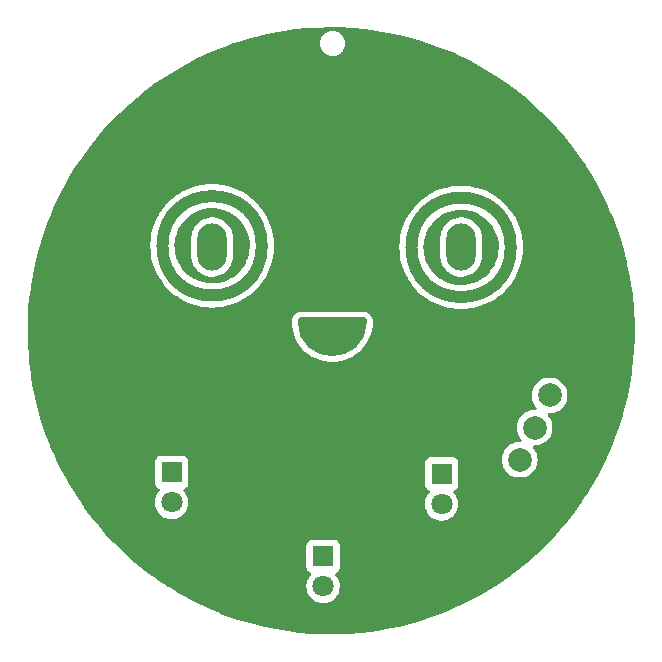
<source format=gbr>
%TF.GenerationSoftware,KiCad,Pcbnew,(6.0.4)*%
%TF.CreationDate,2024-01-19T15:50:56-08:00*%
%TF.ProjectId,Blinky,426c696e-6b79-42e6-9b69-6361645f7063,rev?*%
%TF.SameCoordinates,Original*%
%TF.FileFunction,Copper,L1,Top*%
%TF.FilePolarity,Positive*%
%FSLAX46Y46*%
G04 Gerber Fmt 4.6, Leading zero omitted, Abs format (unit mm)*
G04 Created by KiCad (PCBNEW (6.0.4)) date 2024-01-19 15:50:56*
%MOMM*%
%LPD*%
G01*
G04 APERTURE LIST*
%TA.AperFunction,NonConductor*%
%ADD10C,1.016000*%
%TD*%
%TA.AperFunction,NonConductor*%
%ADD11C,0.635000*%
%TD*%
%TA.AperFunction,NonConductor*%
%ADD12C,0.100000*%
%TD*%
%TA.AperFunction,ComponentPad*%
%ADD13R,1.800000X1.800000*%
%TD*%
%TA.AperFunction,ComponentPad*%
%ADD14C,1.800000*%
%TD*%
%TA.AperFunction,ComponentPad*%
%ADD15O,2.500000X4.000000*%
%TD*%
%TA.AperFunction,ComponentPad*%
%ADD16C,2.000000*%
%TD*%
G04 APERTURE END LIST*
D10*
X155671955Y-73733045D02*
G75*
G03*
X155671955Y-73733045I-4204955J0D01*
G01*
D11*
X137956000Y-80010000D02*
X143156000Y-80010000D01*
D10*
X134589955Y-73606045D02*
G75*
G03*
X134589955Y-73606045I-4204955J0D01*
G01*
D11*
X137956000Y-80010000D02*
G75*
G03*
X143156000Y-80010000I2600000J0D01*
G01*
D12*
G36*
X142756000Y-81410000D02*
G01*
X142256000Y-82110000D01*
X141456000Y-82510000D01*
X140656000Y-82710000D01*
X139656000Y-82510000D01*
X139056000Y-82210000D01*
X138356000Y-81410000D01*
X138056000Y-80710000D01*
X138056000Y-80010000D01*
X143256000Y-80010000D01*
X142756000Y-81410000D01*
G37*
X142756000Y-81410000D02*
X142256000Y-82110000D01*
X141456000Y-82510000D01*
X140656000Y-82710000D01*
X139656000Y-82510000D01*
X139056000Y-82210000D01*
X138356000Y-81410000D01*
X138056000Y-80710000D01*
X138056000Y-80010000D01*
X143256000Y-80010000D01*
X142756000Y-81410000D01*
D13*
%TO.P,D1,1*%
%TO.N,GND*%
X126956000Y-92792000D03*
D14*
%TO.P,D1,2*%
%TO.N,/LED+*%
X126956000Y-95332000D03*
%TD*%
D13*
%TO.P,D2,1*%
%TO.N,GND*%
X139783000Y-99904000D03*
D14*
%TO.P,D2,2*%
%TO.N,/LED+*%
X139783000Y-102444000D03*
%TD*%
D13*
%TO.P,D3,1*%
%TO.N,GND*%
X149816000Y-92919000D03*
D14*
%TO.P,D3,2*%
%TO.N,/LED+*%
X149816000Y-95459000D03*
%TD*%
D15*
%TO.P,BT1,1*%
%TO.N,VCC*%
X130384000Y-73702000D03*
X151466000Y-73702000D03*
%TD*%
D16*
%TO.P,SW1,1*%
%TO.N,Net-(SW1-Pad1)*%
X158957855Y-86268076D03*
%TO.P,SW1,2*%
%TO.N,VCC*%
X157690000Y-88987000D03*
%TO.P,SW1,3*%
%TO.N,/LED+*%
X156422145Y-91705923D03*
%TD*%
%TA.AperFunction,NonConductor*%
G36*
X130414296Y-70418111D02*
G01*
X130584893Y-70428844D01*
X130755494Y-70439577D01*
X130769453Y-70441240D01*
X130922742Y-70468269D01*
X131106148Y-70500609D01*
X131119843Y-70503821D01*
X131258630Y-70544668D01*
X131447820Y-70600350D01*
X131461063Y-70605066D01*
X131494138Y-70618969D01*
X131776237Y-70737553D01*
X131788880Y-70743720D01*
X132087311Y-70910507D01*
X132099175Y-70918035D01*
X132344273Y-71093508D01*
X132377173Y-71117062D01*
X132388133Y-71125874D01*
X132642202Y-71354640D01*
X132652112Y-71364620D01*
X132728220Y-71450342D01*
X132879092Y-71620273D01*
X132887830Y-71631297D01*
X133084905Y-71910669D01*
X133092352Y-71922586D01*
X133185881Y-72092715D01*
X133257059Y-72222187D01*
X133263136Y-72234871D01*
X133346211Y-72436423D01*
X133393419Y-72550958D01*
X133398043Y-72564238D01*
X133434461Y-72691243D01*
X133492277Y-72892872D01*
X133495394Y-72906589D01*
X133552409Y-73243685D01*
X133553977Y-73257664D01*
X133570574Y-73554504D01*
X133573210Y-73601655D01*
X133573394Y-73610449D01*
X133572273Y-73690678D01*
X133571843Y-73699461D01*
X133543014Y-74042775D01*
X133541056Y-74056705D01*
X133474653Y-74392067D01*
X133471155Y-74405692D01*
X133428191Y-74541133D01*
X133395785Y-74643292D01*
X133367781Y-74731571D01*
X133362790Y-74744713D01*
X133243988Y-75011545D01*
X133223729Y-75057047D01*
X133217301Y-75069553D01*
X133146354Y-75190481D01*
X133044296Y-75364434D01*
X133036511Y-75376151D01*
X132831718Y-75649902D01*
X132822676Y-75660678D01*
X132588643Y-75909899D01*
X132578456Y-75919600D01*
X132520695Y-75968759D01*
X132318101Y-76141180D01*
X132306898Y-76149683D01*
X132207377Y-76216811D01*
X132023467Y-76340860D01*
X132011384Y-76348063D01*
X131708408Y-76506455D01*
X131695598Y-76512266D01*
X131376854Y-76635899D01*
X131363478Y-76640245D01*
X131145998Y-76697706D01*
X131032933Y-76727579D01*
X131019157Y-76730406D01*
X130680942Y-76780350D01*
X130666942Y-76781624D01*
X130325271Y-76793555D01*
X130311208Y-76793261D01*
X129970324Y-76767031D01*
X129956381Y-76765170D01*
X129620563Y-76701109D01*
X129606914Y-76697706D01*
X129280327Y-76596610D01*
X129267142Y-76591707D01*
X128953849Y-76454834D01*
X128941293Y-76448491D01*
X128865194Y-76404555D01*
X128645221Y-76277553D01*
X128633453Y-76269853D01*
X128631184Y-76268180D01*
X128358266Y-76066968D01*
X128347437Y-76058009D01*
X128096581Y-75825714D01*
X128086811Y-75815596D01*
X127863424Y-75556799D01*
X127854841Y-75545654D01*
X127661688Y-75263561D01*
X127654403Y-75251532D01*
X127635103Y-75215233D01*
X127493897Y-74949665D01*
X127487998Y-74936898D01*
X127485287Y-74930050D01*
X127362143Y-74619023D01*
X127357705Y-74605681D01*
X127334173Y-74519067D01*
X127333979Y-74518354D01*
X128625500Y-74518354D01*
X128625673Y-74520679D01*
X128625673Y-74520685D01*
X128634785Y-74643292D01*
X128639939Y-74712652D01*
X128640968Y-74717200D01*
X128640969Y-74717206D01*
X128672957Y-74858571D01*
X128697623Y-74967577D01*
X128699315Y-74971929D01*
X128699316Y-74971931D01*
X128751025Y-75104900D01*
X128792353Y-75211177D01*
X128922049Y-75438098D01*
X129083862Y-75643357D01*
X129274237Y-75822443D01*
X129426563Y-75928116D01*
X129455128Y-75947932D01*
X129488991Y-75971424D01*
X129493181Y-75973490D01*
X129493184Y-75973492D01*
X129719219Y-76084960D01*
X129719222Y-76084961D01*
X129723407Y-76087025D01*
X129727850Y-76088447D01*
X129727852Y-76088448D01*
X129892588Y-76141180D01*
X129972335Y-76166707D01*
X130230307Y-76208721D01*
X130344058Y-76210210D01*
X130486978Y-76212081D01*
X130486981Y-76212081D01*
X130491655Y-76212142D01*
X130750638Y-76176896D01*
X131001567Y-76103757D01*
X131037862Y-76087025D01*
X131090427Y-76062792D01*
X131238928Y-75994332D01*
X131288976Y-75961519D01*
X131453596Y-75853590D01*
X131453601Y-75853586D01*
X131457509Y-75851024D01*
X131652506Y-75676982D01*
X131819637Y-75476030D01*
X131845117Y-75434040D01*
X131952804Y-75256578D01*
X131952806Y-75256574D01*
X131955229Y-75252581D01*
X132056303Y-75011545D01*
X132120641Y-74758217D01*
X132121869Y-74746028D01*
X132142184Y-74544271D01*
X132142500Y-74541133D01*
X132142500Y-72885646D01*
X132141042Y-72866021D01*
X132128407Y-72696000D01*
X132128406Y-72695996D01*
X132128061Y-72691348D01*
X132126505Y-72684468D01*
X132071408Y-72440980D01*
X132070377Y-72436423D01*
X132047547Y-72377716D01*
X131977340Y-72197176D01*
X131977339Y-72197173D01*
X131975647Y-72192823D01*
X131845951Y-71965902D01*
X131684138Y-71760643D01*
X131493763Y-71581557D01*
X131318806Y-71460184D01*
X131282851Y-71435241D01*
X131282848Y-71435239D01*
X131279009Y-71432576D01*
X131274816Y-71430508D01*
X131048781Y-71319040D01*
X131048778Y-71319039D01*
X131044593Y-71316975D01*
X130998449Y-71302204D01*
X130800123Y-71238720D01*
X130795665Y-71237293D01*
X130537693Y-71195279D01*
X130423942Y-71193790D01*
X130281022Y-71191919D01*
X130281019Y-71191919D01*
X130276345Y-71191858D01*
X130017362Y-71227104D01*
X129766433Y-71300243D01*
X129762180Y-71302203D01*
X129762179Y-71302204D01*
X129725659Y-71319040D01*
X129529072Y-71409668D01*
X129490067Y-71435241D01*
X129314404Y-71550410D01*
X129314399Y-71550414D01*
X129310491Y-71552976D01*
X129115494Y-71727018D01*
X128948363Y-71927970D01*
X128945934Y-71931973D01*
X128847020Y-72094979D01*
X128812771Y-72151419D01*
X128711697Y-72392455D01*
X128647359Y-72645783D01*
X128646891Y-72650434D01*
X128646890Y-72650438D01*
X128643229Y-72686794D01*
X128625500Y-72862867D01*
X128625500Y-74518354D01*
X127333979Y-74518354D01*
X127301546Y-74398982D01*
X127268068Y-74275762D01*
X127265143Y-74262002D01*
X127212839Y-73924139D01*
X127211467Y-73910139D01*
X127197151Y-73568569D01*
X127197347Y-73554504D01*
X127221196Y-73213454D01*
X127222959Y-73199498D01*
X127284675Y-72863233D01*
X127287983Y-72849560D01*
X127386795Y-72522276D01*
X127391606Y-72509057D01*
X127526289Y-72194819D01*
X127532544Y-72182220D01*
X127701411Y-71884959D01*
X127709027Y-71873141D01*
X127909985Y-71596545D01*
X127918876Y-71585644D01*
X128149404Y-71333184D01*
X128159454Y-71323342D01*
X128166727Y-71316975D01*
X128416693Y-71098146D01*
X128427768Y-71089493D01*
X128708514Y-70894370D01*
X128720485Y-70887005D01*
X129021229Y-70724393D01*
X129033956Y-70718405D01*
X129047831Y-70712799D01*
X129350950Y-70590330D01*
X129364235Y-70585807D01*
X129693559Y-70493858D01*
X129707274Y-70490844D01*
X130044759Y-70436184D01*
X130058745Y-70434713D01*
X130181695Y-70428700D01*
X130400230Y-70418012D01*
X130414296Y-70418111D01*
G37*
%TD.AperFunction*%
%TA.AperFunction,NonConductor*%
G36*
X151496296Y-70545111D02*
G01*
X151666893Y-70555844D01*
X151837494Y-70566577D01*
X151851453Y-70568240D01*
X151976747Y-70590333D01*
X152188148Y-70627609D01*
X152201843Y-70630821D01*
X152365829Y-70679084D01*
X152529820Y-70727350D01*
X152543063Y-70732066D01*
X152556241Y-70737605D01*
X152858237Y-70864553D01*
X152870880Y-70870720D01*
X152942062Y-70910502D01*
X153169311Y-71037507D01*
X153181175Y-71045035D01*
X153426273Y-71220508D01*
X153459173Y-71244062D01*
X153470133Y-71252874D01*
X153563987Y-71337381D01*
X153724202Y-71481640D01*
X153734113Y-71491621D01*
X153961092Y-71747273D01*
X153969830Y-71758297D01*
X154166905Y-72037669D01*
X154174352Y-72049586D01*
X154290997Y-72261762D01*
X154339059Y-72349187D01*
X154345136Y-72361871D01*
X154428549Y-72564243D01*
X154475419Y-72677958D01*
X154480043Y-72691238D01*
X154482903Y-72701210D01*
X154574277Y-73019872D01*
X154577394Y-73033589D01*
X154634409Y-73370685D01*
X154635977Y-73384664D01*
X154653578Y-73699461D01*
X154655210Y-73728655D01*
X154655394Y-73737449D01*
X154654273Y-73817678D01*
X154653843Y-73826461D01*
X154625014Y-74169775D01*
X154623056Y-74183705D01*
X154556653Y-74519067D01*
X154553155Y-74532692D01*
X154449781Y-74858571D01*
X154444790Y-74871713D01*
X154339921Y-75107251D01*
X154305729Y-75184047D01*
X154299299Y-75196558D01*
X154126296Y-75491434D01*
X154118511Y-75503151D01*
X153913718Y-75776902D01*
X153904676Y-75787678D01*
X153670643Y-76036899D01*
X153660456Y-76046600D01*
X153470849Y-76207969D01*
X153400101Y-76268180D01*
X153388898Y-76276683D01*
X153289377Y-76343811D01*
X153105467Y-76467860D01*
X153093384Y-76475063D01*
X152790408Y-76633455D01*
X152777598Y-76639266D01*
X152626931Y-76697706D01*
X152545279Y-76729377D01*
X152458854Y-76762899D01*
X152445478Y-76767245D01*
X152391056Y-76781624D01*
X152114933Y-76854579D01*
X152101157Y-76857406D01*
X151762942Y-76907350D01*
X151748942Y-76908624D01*
X151407271Y-76920555D01*
X151393208Y-76920261D01*
X151052324Y-76894031D01*
X151038381Y-76892170D01*
X150702563Y-76828109D01*
X150688914Y-76824706D01*
X150362327Y-76723610D01*
X150349142Y-76718707D01*
X150154006Y-76633455D01*
X150035846Y-76581832D01*
X150023293Y-76575491D01*
X149727221Y-76404553D01*
X149715453Y-76396853D01*
X149440266Y-76193968D01*
X149429437Y-76185009D01*
X149178581Y-75952714D01*
X149168811Y-75942596D01*
X149165955Y-75939287D01*
X148945423Y-75683797D01*
X148936841Y-75672654D01*
X148925126Y-75655544D01*
X148743688Y-75390561D01*
X148736403Y-75378532D01*
X148672183Y-75257751D01*
X148575897Y-75076665D01*
X148569998Y-75063898D01*
X148522309Y-74943449D01*
X148444143Y-74746023D01*
X148439705Y-74732681D01*
X148439404Y-74731571D01*
X148388515Y-74544271D01*
X148381474Y-74518354D01*
X149707500Y-74518354D01*
X149707673Y-74520679D01*
X149707673Y-74520685D01*
X149716785Y-74643292D01*
X149721939Y-74712652D01*
X149722968Y-74717200D01*
X149722969Y-74717206D01*
X149754957Y-74858571D01*
X149779623Y-74967577D01*
X149781315Y-74971929D01*
X149781316Y-74971931D01*
X149833025Y-75104900D01*
X149874353Y-75211177D01*
X150004049Y-75438098D01*
X150165862Y-75643357D01*
X150356237Y-75822443D01*
X150508563Y-75928116D01*
X150537128Y-75947932D01*
X150570991Y-75971424D01*
X150575181Y-75973490D01*
X150575184Y-75973492D01*
X150801219Y-76084960D01*
X150801222Y-76084961D01*
X150805407Y-76087025D01*
X150809850Y-76088447D01*
X150809852Y-76088448D01*
X150974588Y-76141180D01*
X151054335Y-76166707D01*
X151312307Y-76208721D01*
X151426058Y-76210210D01*
X151568978Y-76212081D01*
X151568981Y-76212081D01*
X151573655Y-76212142D01*
X151832638Y-76176896D01*
X152083567Y-76103757D01*
X152119862Y-76087025D01*
X152172427Y-76062792D01*
X152320928Y-75994332D01*
X152370976Y-75961519D01*
X152535596Y-75853590D01*
X152535601Y-75853586D01*
X152539509Y-75851024D01*
X152734506Y-75676982D01*
X152901637Y-75476030D01*
X152927117Y-75434040D01*
X153034804Y-75256578D01*
X153034806Y-75256574D01*
X153037229Y-75252581D01*
X153138303Y-75011545D01*
X153202641Y-74758217D01*
X153203869Y-74746028D01*
X153224184Y-74544271D01*
X153224500Y-74541133D01*
X153224500Y-72885646D01*
X153223042Y-72866021D01*
X153210407Y-72696000D01*
X153210406Y-72695996D01*
X153210061Y-72691348D01*
X153208505Y-72684468D01*
X153153408Y-72440980D01*
X153152377Y-72436423D01*
X153129547Y-72377716D01*
X153059340Y-72197176D01*
X153059339Y-72197173D01*
X153057647Y-72192823D01*
X152927951Y-71965902D01*
X152766138Y-71760643D01*
X152575763Y-71581557D01*
X152400806Y-71460184D01*
X152364851Y-71435241D01*
X152364848Y-71435239D01*
X152361009Y-71432576D01*
X152356816Y-71430508D01*
X152130781Y-71319040D01*
X152130778Y-71319039D01*
X152126593Y-71316975D01*
X152080449Y-71302204D01*
X151882123Y-71238720D01*
X151877665Y-71237293D01*
X151619693Y-71195279D01*
X151505942Y-71193790D01*
X151363022Y-71191919D01*
X151363019Y-71191919D01*
X151358345Y-71191858D01*
X151099362Y-71227104D01*
X150848433Y-71300243D01*
X150844180Y-71302203D01*
X150844179Y-71302204D01*
X150807659Y-71319040D01*
X150611072Y-71409668D01*
X150572067Y-71435241D01*
X150396404Y-71550410D01*
X150396399Y-71550414D01*
X150392491Y-71552976D01*
X150197494Y-71727018D01*
X150030363Y-71927970D01*
X150027934Y-71931973D01*
X149929020Y-72094979D01*
X149894771Y-72151419D01*
X149793697Y-72392455D01*
X149729359Y-72645783D01*
X149728891Y-72650434D01*
X149728890Y-72650438D01*
X149725229Y-72686794D01*
X149707500Y-72862867D01*
X149707500Y-74518354D01*
X148381474Y-74518354D01*
X148350068Y-74402762D01*
X148347143Y-74389002D01*
X148294839Y-74051139D01*
X148293467Y-74037139D01*
X148279151Y-73695569D01*
X148279347Y-73681504D01*
X148303196Y-73340454D01*
X148304959Y-73326498D01*
X148366675Y-72990233D01*
X148369983Y-72976560D01*
X148468795Y-72649276D01*
X148473606Y-72636057D01*
X148608289Y-72321819D01*
X148614544Y-72309220D01*
X148783411Y-72011959D01*
X148791027Y-72000141D01*
X148991985Y-71723545D01*
X149000876Y-71712644D01*
X149231404Y-71460184D01*
X149241454Y-71450342D01*
X149284988Y-71412231D01*
X149498693Y-71225146D01*
X149509768Y-71216493D01*
X149790514Y-71021370D01*
X149802485Y-71014005D01*
X150103229Y-70851393D01*
X150115956Y-70845405D01*
X150432950Y-70717330D01*
X150446235Y-70712807D01*
X150775559Y-70620858D01*
X150789274Y-70617844D01*
X151126759Y-70563184D01*
X151140745Y-70561713D01*
X151263695Y-70555700D01*
X151482230Y-70545012D01*
X151496296Y-70545111D01*
G37*
%TD.AperFunction*%
%TA.AperFunction,NonConductor*%
G36*
X140880619Y-55105779D02*
G01*
X141360626Y-55113320D01*
X141365461Y-55113488D01*
X142079298Y-55152148D01*
X142346146Y-55166599D01*
X142350956Y-55166953D01*
X143328820Y-55257667D01*
X143333622Y-55258206D01*
X144307312Y-55386395D01*
X144312050Y-55387111D01*
X144796103Y-55469851D01*
X145280134Y-55552589D01*
X145284886Y-55553496D01*
X146245840Y-55756001D01*
X146250553Y-55757089D01*
X146553538Y-55833193D01*
X147203078Y-55996346D01*
X147207698Y-55997602D01*
X148150309Y-56273240D01*
X148154905Y-56274680D01*
X148782334Y-56484615D01*
X149086253Y-56586305D01*
X149090806Y-56587926D01*
X149251726Y-56648733D01*
X150009494Y-56935070D01*
X150013985Y-56936867D01*
X150918641Y-57319007D01*
X150923053Y-57320970D01*
X151355706Y-57523640D01*
X151812407Y-57737575D01*
X151816740Y-57739707D01*
X152113872Y-57893068D01*
X152689444Y-58190143D01*
X152693699Y-58192444D01*
X153548455Y-58676042D01*
X153552619Y-58678505D01*
X154388153Y-59194541D01*
X154392220Y-59197161D01*
X155207374Y-59744922D01*
X155211337Y-59747697D01*
X156004849Y-60326336D01*
X156008702Y-60329261D01*
X156779401Y-60937921D01*
X156783140Y-60940992D01*
X157529929Y-61578811D01*
X157533546Y-61582023D01*
X158255268Y-62248009D01*
X158258760Y-62251357D01*
X158954420Y-62944593D01*
X158957780Y-62948073D01*
X159626292Y-63667477D01*
X159629517Y-63671084D01*
X159743362Y-63803441D01*
X160269937Y-64415642D01*
X160272981Y-64419320D01*
X160884369Y-65187939D01*
X160887307Y-65191782D01*
X161468708Y-65983265D01*
X161471493Y-65987212D01*
X162022108Y-66800467D01*
X162024726Y-66804501D01*
X162543671Y-67638222D01*
X162546149Y-67642377D01*
X162633065Y-67794756D01*
X162978008Y-68399504D01*
X163032752Y-68495481D01*
X163035058Y-68499712D01*
X163488526Y-69370816D01*
X163490674Y-69375142D01*
X163902592Y-70246561D01*
X163910368Y-70263012D01*
X163912345Y-70267410D01*
X164030795Y-70545111D01*
X164297663Y-71170776D01*
X164299475Y-71175261D01*
X164649817Y-72092715D01*
X164651455Y-72097267D01*
X164966328Y-73027519D01*
X164967790Y-73032128D01*
X165229956Y-73917184D01*
X165246708Y-73973739D01*
X165247989Y-73978388D01*
X165446765Y-74758217D01*
X165490565Y-74930050D01*
X165491667Y-74934747D01*
X165546492Y-75190481D01*
X165697533Y-75895025D01*
X165698456Y-75899774D01*
X165752973Y-76212142D01*
X165865411Y-76856377D01*
X165867304Y-76867226D01*
X165868041Y-76871988D01*
X165984958Y-77736722D01*
X165999628Y-77845223D01*
X166000183Y-77850016D01*
X166092868Y-78812586D01*
X166094312Y-78827587D01*
X166094679Y-78832354D01*
X166127572Y-79402815D01*
X166151214Y-79812845D01*
X166151400Y-79817679D01*
X166170262Y-80800015D01*
X166170276Y-80803966D01*
X166162928Y-81405392D01*
X166162651Y-81428048D01*
X166162540Y-81432005D01*
X166119683Y-82413576D01*
X166119379Y-82418404D01*
X166038910Y-83397173D01*
X166038421Y-83401984D01*
X165958900Y-84059120D01*
X165920440Y-84376937D01*
X165919770Y-84381709D01*
X165833879Y-84917941D01*
X165764440Y-85351459D01*
X165763583Y-85356220D01*
X165571155Y-86319227D01*
X165570117Y-86323952D01*
X165340849Y-87278924D01*
X165339629Y-87283606D01*
X165267873Y-87538888D01*
X165162484Y-87913823D01*
X165073884Y-88229027D01*
X165072486Y-88233658D01*
X164770636Y-89168201D01*
X164769061Y-89172775D01*
X164444319Y-90060177D01*
X164431557Y-90095050D01*
X164429822Y-90099523D01*
X164057161Y-91008164D01*
X164055240Y-91012603D01*
X163647981Y-91906252D01*
X163645891Y-91910615D01*
X163204628Y-92787968D01*
X163202372Y-92792248D01*
X162727741Y-93652042D01*
X162725330Y-93656218D01*
X162396998Y-94200500D01*
X162218054Y-94497138D01*
X162215476Y-94501232D01*
X162155302Y-94592838D01*
X161741261Y-95223156D01*
X161676298Y-95322052D01*
X161673570Y-95326037D01*
X161442112Y-95650529D01*
X161103251Y-96125594D01*
X161100366Y-96129477D01*
X161052726Y-96191116D01*
X160527352Y-96870872D01*
X160499829Y-96906482D01*
X160496798Y-96910253D01*
X159866830Y-97663685D01*
X159863656Y-97667336D01*
X159205239Y-98396021D01*
X159201927Y-98399547D01*
X158516052Y-99102390D01*
X158512608Y-99105787D01*
X157800218Y-99781820D01*
X157796645Y-99785082D01*
X157058863Y-100433239D01*
X157055177Y-100436354D01*
X156470775Y-100911285D01*
X156293020Y-101055743D01*
X156289213Y-101058717D01*
X155586927Y-101586009D01*
X155503862Y-101648376D01*
X155499938Y-101651206D01*
X154692533Y-102210278D01*
X154688504Y-102212955D01*
X153860229Y-102740625D01*
X153856100Y-102743146D01*
X153008157Y-103238644D01*
X153003954Y-103240992D01*
X152137641Y-103703560D01*
X152133331Y-103705756D01*
X151249895Y-104134730D01*
X151245537Y-104136744D01*
X150346243Y-104531506D01*
X150341805Y-104533353D01*
X149501871Y-104864212D01*
X149428047Y-104893292D01*
X149423513Y-104894978D01*
X148496631Y-105219568D01*
X148492035Y-105221079D01*
X147553368Y-105509850D01*
X147548718Y-105511183D01*
X147013786Y-105653518D01*
X146599657Y-105763709D01*
X146594996Y-105764854D01*
X145636923Y-105980765D01*
X145632203Y-105981734D01*
X144666546Y-106160709D01*
X144661791Y-106161496D01*
X144457749Y-106191262D01*
X143690013Y-106303262D01*
X143685213Y-106303869D01*
X143196940Y-106356050D01*
X142708646Y-106408234D01*
X142703869Y-106408651D01*
X142114936Y-106448801D01*
X141724080Y-106475447D01*
X141719248Y-106475684D01*
X141228410Y-106490252D01*
X140737558Y-106504820D01*
X140732747Y-106504870D01*
X140054767Y-106498953D01*
X139750714Y-106496299D01*
X139745879Y-106496164D01*
X139311599Y-106475684D01*
X138764902Y-106449902D01*
X138760091Y-106449584D01*
X137781562Y-106365694D01*
X137776768Y-106365190D01*
X136802220Y-106243804D01*
X136797435Y-106243114D01*
X135828276Y-106084408D01*
X135823518Y-106083535D01*
X134861140Y-105887737D01*
X134856418Y-105886681D01*
X133902289Y-105654089D01*
X133897612Y-105652853D01*
X133276820Y-105476016D01*
X132953117Y-105383807D01*
X132948498Y-105382395D01*
X132015015Y-105077286D01*
X132010446Y-105075695D01*
X131089369Y-104734978D01*
X131084865Y-104733213D01*
X130177537Y-104357386D01*
X130173104Y-104355449D01*
X129687289Y-104131999D01*
X129280868Y-103945066D01*
X129276541Y-103942974D01*
X128400710Y-103498640D01*
X128396447Y-103496373D01*
X128325863Y-103457086D01*
X127538346Y-103018760D01*
X127534165Y-103016327D01*
X127295848Y-102871428D01*
X126695008Y-102506111D01*
X126690951Y-102503537D01*
X126548830Y-102409469D01*
X138370095Y-102409469D01*
X138370392Y-102414622D01*
X138370392Y-102414625D01*
X138376067Y-102513041D01*
X138383427Y-102640697D01*
X138384564Y-102645743D01*
X138384565Y-102645749D01*
X138416741Y-102788523D01*
X138434346Y-102866642D01*
X138436288Y-102871424D01*
X138436289Y-102871428D01*
X138514048Y-103062924D01*
X138521484Y-103081237D01*
X138642501Y-103278719D01*
X138794147Y-103453784D01*
X138972349Y-103601730D01*
X139172322Y-103718584D01*
X139388694Y-103801209D01*
X139393760Y-103802240D01*
X139393761Y-103802240D01*
X139446846Y-103813040D01*
X139615656Y-103847385D01*
X139746324Y-103852176D01*
X139841949Y-103855683D01*
X139841953Y-103855683D01*
X139847113Y-103855872D01*
X139852233Y-103855216D01*
X139852235Y-103855216D01*
X139925270Y-103845860D01*
X140076847Y-103826442D01*
X140081795Y-103824957D01*
X140081802Y-103824956D01*
X140293747Y-103761369D01*
X140298690Y-103759886D01*
X140379236Y-103720427D01*
X140502049Y-103660262D01*
X140502052Y-103660260D01*
X140506684Y-103657991D01*
X140695243Y-103523494D01*
X140859303Y-103360005D01*
X140994458Y-103171917D01*
X141041641Y-103076450D01*
X141094784Y-102968922D01*
X141094785Y-102968920D01*
X141097078Y-102964280D01*
X141164408Y-102742671D01*
X141194640Y-102513041D01*
X141194840Y-102504858D01*
X141196245Y-102447365D01*
X141196245Y-102447361D01*
X141196327Y-102444000D01*
X141190032Y-102367434D01*
X141177773Y-102218318D01*
X141177772Y-102218312D01*
X141177349Y-102213167D01*
X141120925Y-101988533D01*
X141109157Y-101961468D01*
X141030630Y-101780868D01*
X141030628Y-101780865D01*
X141028570Y-101776131D01*
X140902764Y-101581665D01*
X140899282Y-101577838D01*
X140812848Y-101482848D01*
X140781796Y-101419002D01*
X140790192Y-101348504D01*
X140835369Y-101293736D01*
X140861812Y-101280067D01*
X140921297Y-101257767D01*
X140929705Y-101254615D01*
X141046261Y-101167261D01*
X141133615Y-101050705D01*
X141184745Y-100914316D01*
X141191500Y-100852134D01*
X141191500Y-98955866D01*
X141184745Y-98893684D01*
X141133615Y-98757295D01*
X141046261Y-98640739D01*
X140929705Y-98553385D01*
X140793316Y-98502255D01*
X140731134Y-98495500D01*
X138834866Y-98495500D01*
X138772684Y-98502255D01*
X138636295Y-98553385D01*
X138519739Y-98640739D01*
X138432385Y-98757295D01*
X138381255Y-98893684D01*
X138374500Y-98955866D01*
X138374500Y-100852134D01*
X138381255Y-100914316D01*
X138432385Y-101050705D01*
X138519739Y-101167261D01*
X138636295Y-101254615D01*
X138644704Y-101257767D01*
X138644705Y-101257768D01*
X138704164Y-101280058D01*
X138760929Y-101322699D01*
X138785629Y-101389261D01*
X138770422Y-101458609D01*
X138751029Y-101485091D01*
X138684639Y-101554564D01*
X138681725Y-101558836D01*
X138681724Y-101558837D01*
X138666152Y-101581665D01*
X138554119Y-101745899D01*
X138456602Y-101955981D01*
X138394707Y-102179169D01*
X138370095Y-102409469D01*
X126548830Y-102409469D01*
X125871966Y-101961462D01*
X125867992Y-101958720D01*
X125864181Y-101955981D01*
X125438124Y-101649828D01*
X125070502Y-101385664D01*
X125066628Y-101382767D01*
X124291666Y-100779477D01*
X124287906Y-100776432D01*
X123880351Y-100433239D01*
X123536691Y-100143850D01*
X123533068Y-100140678D01*
X122806685Y-99479720D01*
X122803170Y-99476396D01*
X122102688Y-98788033D01*
X122099304Y-98784577D01*
X121425798Y-98069872D01*
X121422548Y-98066288D01*
X121348453Y-97981351D01*
X120776941Y-97326214D01*
X120773865Y-97322548D01*
X120438142Y-96906482D01*
X120157143Y-96558235D01*
X120154178Y-96554413D01*
X119567254Y-95766995D01*
X119564438Y-95763061D01*
X119557210Y-95752544D01*
X119244446Y-95297469D01*
X125543095Y-95297469D01*
X125543392Y-95302622D01*
X125543392Y-95302625D01*
X125550417Y-95424469D01*
X125556427Y-95528697D01*
X125557564Y-95533743D01*
X125557565Y-95533749D01*
X125583883Y-95650529D01*
X125607346Y-95754642D01*
X125609288Y-95759424D01*
X125609289Y-95759428D01*
X125692540Y-95964450D01*
X125694484Y-95969237D01*
X125815501Y-96166719D01*
X125967147Y-96341784D01*
X126145349Y-96489730D01*
X126345322Y-96606584D01*
X126350147Y-96608426D01*
X126350148Y-96608427D01*
X126378726Y-96619340D01*
X126561694Y-96689209D01*
X126566760Y-96690240D01*
X126566761Y-96690240D01*
X126619846Y-96701040D01*
X126788656Y-96735385D01*
X126919324Y-96740176D01*
X127014949Y-96743683D01*
X127014953Y-96743683D01*
X127020113Y-96743872D01*
X127025233Y-96743216D01*
X127025235Y-96743216D01*
X127120773Y-96730977D01*
X127249847Y-96714442D01*
X127254795Y-96712957D01*
X127254802Y-96712956D01*
X127466747Y-96649369D01*
X127471690Y-96647886D01*
X127529960Y-96619340D01*
X127675049Y-96548262D01*
X127675052Y-96548260D01*
X127679684Y-96545991D01*
X127868243Y-96411494D01*
X128032303Y-96248005D01*
X128167458Y-96059917D01*
X128214641Y-95964450D01*
X128267784Y-95856922D01*
X128267785Y-95856920D01*
X128270078Y-95852280D01*
X128337408Y-95630671D01*
X128364556Y-95424469D01*
X148403095Y-95424469D01*
X148403392Y-95429622D01*
X148403392Y-95429625D01*
X148409258Y-95531359D01*
X148416427Y-95655697D01*
X148417564Y-95660743D01*
X148417565Y-95660749D01*
X148441074Y-95765063D01*
X148467346Y-95881642D01*
X148469288Y-95886424D01*
X148469289Y-95886428D01*
X148537852Y-96055278D01*
X148554484Y-96096237D01*
X148675501Y-96293719D01*
X148827147Y-96468784D01*
X149005349Y-96616730D01*
X149205322Y-96733584D01*
X149210147Y-96735426D01*
X149210148Y-96735427D01*
X149231768Y-96743683D01*
X149421694Y-96816209D01*
X149426760Y-96817240D01*
X149426761Y-96817240D01*
X149479846Y-96828040D01*
X149648656Y-96862385D01*
X149779324Y-96867176D01*
X149874949Y-96870683D01*
X149874953Y-96870683D01*
X149880113Y-96870872D01*
X149885233Y-96870216D01*
X149885235Y-96870216D01*
X149958270Y-96860860D01*
X150109847Y-96841442D01*
X150114795Y-96839957D01*
X150114802Y-96839956D01*
X150326747Y-96776369D01*
X150331690Y-96774886D01*
X150394998Y-96743872D01*
X150535049Y-96675262D01*
X150535052Y-96675260D01*
X150539684Y-96672991D01*
X150728243Y-96538494D01*
X150892303Y-96375005D01*
X150903080Y-96360008D01*
X150980940Y-96251653D01*
X151027458Y-96186917D01*
X151035512Y-96170622D01*
X151127784Y-95983922D01*
X151127785Y-95983920D01*
X151130078Y-95979280D01*
X151197408Y-95757671D01*
X151227640Y-95528041D01*
X151229327Y-95459000D01*
X151215625Y-95292336D01*
X151210773Y-95233318D01*
X151210772Y-95233312D01*
X151210349Y-95228167D01*
X151153925Y-95003533D01*
X151151866Y-94998797D01*
X151063630Y-94795868D01*
X151063628Y-94795865D01*
X151061570Y-94791131D01*
X150935764Y-94596665D01*
X150845848Y-94497848D01*
X150814796Y-94434002D01*
X150823192Y-94363504D01*
X150868369Y-94308736D01*
X150894812Y-94295067D01*
X150954297Y-94272767D01*
X150962705Y-94269615D01*
X151079261Y-94182261D01*
X151166615Y-94065705D01*
X151217745Y-93929316D01*
X151224500Y-93867134D01*
X151224500Y-91970866D01*
X151217745Y-91908684D01*
X151166615Y-91772295D01*
X151116872Y-91705923D01*
X154908980Y-91705923D01*
X154927610Y-91942634D01*
X154928764Y-91947441D01*
X154928765Y-91947447D01*
X154935208Y-91974283D01*
X154983040Y-92173517D01*
X154984933Y-92178088D01*
X154984934Y-92178090D01*
X155056168Y-92350064D01*
X155073905Y-92392886D01*
X155076491Y-92397106D01*
X155195386Y-92591125D01*
X155195390Y-92591131D01*
X155197969Y-92595339D01*
X155352176Y-92775892D01*
X155532729Y-92930099D01*
X155536937Y-92932678D01*
X155536943Y-92932682D01*
X155730962Y-93051577D01*
X155735182Y-93054163D01*
X155739752Y-93056056D01*
X155739756Y-93056058D01*
X155949978Y-93143134D01*
X155954551Y-93145028D01*
X156034754Y-93164283D01*
X156180621Y-93199303D01*
X156180627Y-93199304D01*
X156185434Y-93200458D01*
X156422145Y-93219088D01*
X156658856Y-93200458D01*
X156663663Y-93199304D01*
X156663669Y-93199303D01*
X156809536Y-93164283D01*
X156889739Y-93145028D01*
X156894312Y-93143134D01*
X157104534Y-93056058D01*
X157104538Y-93056056D01*
X157109108Y-93054163D01*
X157113328Y-93051577D01*
X157307347Y-92932682D01*
X157307353Y-92932678D01*
X157311561Y-92930099D01*
X157492114Y-92775892D01*
X157646321Y-92595339D01*
X157648900Y-92591131D01*
X157648904Y-92591125D01*
X157767799Y-92397106D01*
X157770385Y-92392886D01*
X157788123Y-92350064D01*
X157859356Y-92178090D01*
X157859357Y-92178088D01*
X157861250Y-92173517D01*
X157909082Y-91974283D01*
X157915525Y-91947447D01*
X157915526Y-91947441D01*
X157916680Y-91942634D01*
X157935310Y-91705923D01*
X157916680Y-91469212D01*
X157911293Y-91446771D01*
X157862405Y-91243141D01*
X157861250Y-91238329D01*
X157770385Y-91018960D01*
X157763769Y-91008164D01*
X157648904Y-90820721D01*
X157648900Y-90820715D01*
X157646321Y-90816507D01*
X157643111Y-90812748D01*
X157643106Y-90812741D01*
X157551079Y-90704992D01*
X157522048Y-90640203D01*
X157532653Y-90570003D01*
X157579528Y-90516680D01*
X157647790Y-90497165D01*
X157656771Y-90497550D01*
X157690000Y-90500165D01*
X157926711Y-90481535D01*
X157931518Y-90480381D01*
X157931524Y-90480380D01*
X158077391Y-90445360D01*
X158157594Y-90426105D01*
X158162167Y-90424211D01*
X158372389Y-90337135D01*
X158372393Y-90337133D01*
X158376963Y-90335240D01*
X158381183Y-90332654D01*
X158575202Y-90213759D01*
X158575208Y-90213755D01*
X158579416Y-90211176D01*
X158759969Y-90056969D01*
X158914176Y-89876416D01*
X158916755Y-89872208D01*
X158916759Y-89872202D01*
X159035654Y-89678183D01*
X159038240Y-89673963D01*
X159108956Y-89503240D01*
X159127211Y-89459167D01*
X159127212Y-89459165D01*
X159129105Y-89454594D01*
X159184535Y-89223711D01*
X159203165Y-88987000D01*
X159184535Y-88750289D01*
X159183282Y-88745066D01*
X159130260Y-88524218D01*
X159129105Y-88519406D01*
X159038240Y-88300037D01*
X158997563Y-88233658D01*
X158916759Y-88101798D01*
X158916755Y-88101792D01*
X158914176Y-88097584D01*
X158818933Y-87986069D01*
X158789902Y-87921279D01*
X158800507Y-87851079D01*
X158847382Y-87797756D01*
X158915644Y-87778241D01*
X158924628Y-87778626D01*
X158957855Y-87781241D01*
X159194566Y-87762611D01*
X159199373Y-87761457D01*
X159199379Y-87761456D01*
X159345246Y-87726436D01*
X159425449Y-87707181D01*
X159430022Y-87705287D01*
X159640244Y-87618211D01*
X159640248Y-87618209D01*
X159644818Y-87616316D01*
X159753380Y-87549789D01*
X159843057Y-87494835D01*
X159843063Y-87494831D01*
X159847271Y-87492252D01*
X160027824Y-87338045D01*
X160182031Y-87157492D01*
X160184610Y-87153284D01*
X160184614Y-87153278D01*
X160303509Y-86959259D01*
X160306095Y-86955039D01*
X160350229Y-86848491D01*
X160395066Y-86740243D01*
X160395067Y-86740241D01*
X160396960Y-86735670D01*
X160416215Y-86655467D01*
X160451235Y-86509600D01*
X160451236Y-86509594D01*
X160452390Y-86504787D01*
X160471020Y-86268076D01*
X160452390Y-86031365D01*
X160396960Y-85800482D01*
X160306095Y-85581113D01*
X160277729Y-85534824D01*
X160184614Y-85382874D01*
X160184610Y-85382868D01*
X160182031Y-85378660D01*
X160027824Y-85198107D01*
X159847271Y-85043900D01*
X159843063Y-85041321D01*
X159843057Y-85041317D01*
X159649038Y-84922422D01*
X159644818Y-84919836D01*
X159640248Y-84917943D01*
X159640244Y-84917941D01*
X159430022Y-84830865D01*
X159430020Y-84830864D01*
X159425449Y-84828971D01*
X159345246Y-84809716D01*
X159199379Y-84774696D01*
X159199373Y-84774695D01*
X159194566Y-84773541D01*
X158957855Y-84754911D01*
X158721144Y-84773541D01*
X158716337Y-84774695D01*
X158716331Y-84774696D01*
X158570464Y-84809716D01*
X158490261Y-84828971D01*
X158485690Y-84830864D01*
X158485688Y-84830865D01*
X158275466Y-84917941D01*
X158275462Y-84917943D01*
X158270892Y-84919836D01*
X158266672Y-84922422D01*
X158072653Y-85041317D01*
X158072647Y-85041321D01*
X158068439Y-85043900D01*
X157887886Y-85198107D01*
X157733679Y-85378660D01*
X157731100Y-85382868D01*
X157731096Y-85382874D01*
X157637981Y-85534824D01*
X157609615Y-85581113D01*
X157518750Y-85800482D01*
X157463320Y-86031365D01*
X157444690Y-86268076D01*
X157463320Y-86504787D01*
X157464474Y-86509594D01*
X157464475Y-86509600D01*
X157499495Y-86655467D01*
X157518750Y-86735670D01*
X157520643Y-86740241D01*
X157520644Y-86740243D01*
X157565482Y-86848491D01*
X157609615Y-86955039D01*
X157612201Y-86959259D01*
X157731096Y-87153278D01*
X157731100Y-87153284D01*
X157733679Y-87157492D01*
X157828922Y-87269007D01*
X157857953Y-87333797D01*
X157847348Y-87403997D01*
X157800473Y-87457320D01*
X157732211Y-87476835D01*
X157723227Y-87476450D01*
X157690000Y-87473835D01*
X157453289Y-87492465D01*
X157448482Y-87493619D01*
X157448476Y-87493620D01*
X157302609Y-87528640D01*
X157222406Y-87547895D01*
X157217835Y-87549788D01*
X157217833Y-87549789D01*
X157007611Y-87636865D01*
X157007607Y-87636867D01*
X157003037Y-87638760D01*
X156998817Y-87641346D01*
X156804798Y-87760241D01*
X156804792Y-87760245D01*
X156800584Y-87762824D01*
X156620031Y-87917031D01*
X156465824Y-88097584D01*
X156463245Y-88101792D01*
X156463241Y-88101798D01*
X156382437Y-88233658D01*
X156341760Y-88300037D01*
X156250895Y-88519406D01*
X156249740Y-88524218D01*
X156196719Y-88745066D01*
X156195465Y-88750289D01*
X156176835Y-88987000D01*
X156195465Y-89223711D01*
X156250895Y-89454594D01*
X156252788Y-89459165D01*
X156252789Y-89459167D01*
X156271045Y-89503240D01*
X156341760Y-89673963D01*
X156344346Y-89678183D01*
X156463241Y-89872202D01*
X156463245Y-89872208D01*
X156465824Y-89876416D01*
X156469031Y-89880170D01*
X156469039Y-89880182D01*
X156561066Y-89987931D01*
X156590097Y-90052720D01*
X156579492Y-90122920D01*
X156532617Y-90176243D01*
X156464355Y-90195758D01*
X156455374Y-90195373D01*
X156422145Y-90192758D01*
X156185434Y-90211388D01*
X156180627Y-90212542D01*
X156180621Y-90212543D01*
X156034754Y-90247563D01*
X155954551Y-90266818D01*
X155949980Y-90268711D01*
X155949978Y-90268712D01*
X155739756Y-90355788D01*
X155739752Y-90355790D01*
X155735182Y-90357683D01*
X155730962Y-90360269D01*
X155536943Y-90479164D01*
X155536937Y-90479168D01*
X155532729Y-90481747D01*
X155352176Y-90635954D01*
X155197969Y-90816507D01*
X155195390Y-90820715D01*
X155195386Y-90820721D01*
X155080521Y-91008164D01*
X155073905Y-91018960D01*
X154983040Y-91238329D01*
X154981885Y-91243141D01*
X154932998Y-91446771D01*
X154927610Y-91469212D01*
X154908980Y-91705923D01*
X151116872Y-91705923D01*
X151079261Y-91655739D01*
X150962705Y-91568385D01*
X150826316Y-91517255D01*
X150764134Y-91510500D01*
X148867866Y-91510500D01*
X148805684Y-91517255D01*
X148669295Y-91568385D01*
X148552739Y-91655739D01*
X148465385Y-91772295D01*
X148414255Y-91908684D01*
X148407500Y-91970866D01*
X148407500Y-93867134D01*
X148414255Y-93929316D01*
X148465385Y-94065705D01*
X148552739Y-94182261D01*
X148669295Y-94269615D01*
X148677704Y-94272767D01*
X148677705Y-94272768D01*
X148737164Y-94295058D01*
X148793929Y-94337699D01*
X148818629Y-94404261D01*
X148803422Y-94473609D01*
X148784029Y-94500091D01*
X148717639Y-94569564D01*
X148714725Y-94573836D01*
X148714724Y-94573837D01*
X148699152Y-94596665D01*
X148587119Y-94760899D01*
X148489602Y-94970981D01*
X148427707Y-95194169D01*
X148403095Y-95424469D01*
X128364556Y-95424469D01*
X128367640Y-95401041D01*
X128369327Y-95332000D01*
X128357995Y-95194169D01*
X128350773Y-95106318D01*
X128350772Y-95106312D01*
X128350349Y-95101167D01*
X128312811Y-94951722D01*
X128295184Y-94881544D01*
X128295183Y-94881540D01*
X128293925Y-94876533D01*
X128291866Y-94871797D01*
X128203630Y-94668868D01*
X128203628Y-94668865D01*
X128201570Y-94664131D01*
X128075764Y-94469665D01*
X128047704Y-94438827D01*
X127985848Y-94370848D01*
X127954796Y-94307002D01*
X127963192Y-94236504D01*
X128008369Y-94181736D01*
X128034812Y-94168067D01*
X128094297Y-94145767D01*
X128102705Y-94142615D01*
X128219261Y-94055261D01*
X128306615Y-93938705D01*
X128357745Y-93802316D01*
X128364500Y-93740134D01*
X128364500Y-91843866D01*
X128357745Y-91781684D01*
X128306615Y-91645295D01*
X128219261Y-91528739D01*
X128102705Y-91441385D01*
X127966316Y-91390255D01*
X127904134Y-91383500D01*
X126007866Y-91383500D01*
X125945684Y-91390255D01*
X125809295Y-91441385D01*
X125692739Y-91528739D01*
X125605385Y-91645295D01*
X125554255Y-91781684D01*
X125547500Y-91843866D01*
X125547500Y-93740134D01*
X125554255Y-93802316D01*
X125605385Y-93938705D01*
X125692739Y-94055261D01*
X125809295Y-94142615D01*
X125817704Y-94145767D01*
X125817705Y-94145768D01*
X125877164Y-94168058D01*
X125933929Y-94210699D01*
X125958629Y-94277261D01*
X125943422Y-94346609D01*
X125924029Y-94373091D01*
X125857639Y-94442564D01*
X125854725Y-94446836D01*
X125854724Y-94446837D01*
X125836189Y-94474009D01*
X125727119Y-94633899D01*
X125629602Y-94843981D01*
X125567707Y-95067169D01*
X125543095Y-95297469D01*
X119244446Y-95297469D01*
X119008171Y-94953687D01*
X119005540Y-94949698D01*
X118480748Y-94119560D01*
X118478246Y-94115428D01*
X118439207Y-94048081D01*
X118258715Y-93736717D01*
X117985723Y-93265779D01*
X117983378Y-93261548D01*
X117523847Y-92393647D01*
X117521665Y-92389329D01*
X117289176Y-91906252D01*
X117095768Y-91504379D01*
X117093757Y-91499987D01*
X117045673Y-91389402D01*
X116702149Y-90599349D01*
X116700310Y-90594888D01*
X116662360Y-90497550D01*
X116343574Y-89679904D01*
X116341907Y-89675375D01*
X116020548Y-88747345D01*
X116019053Y-88742744D01*
X115733562Y-87803082D01*
X115732245Y-87798428D01*
X115651079Y-87489041D01*
X115483024Y-86848455D01*
X115481896Y-86843788D01*
X115407809Y-86509600D01*
X115269341Y-85885012D01*
X115268387Y-85880285D01*
X115253885Y-85800482D01*
X115143831Y-85194899D01*
X115092784Y-84914004D01*
X115092011Y-84909229D01*
X115016255Y-84376937D01*
X114953636Y-83936957D01*
X114953048Y-83932169D01*
X114898259Y-83401986D01*
X114852093Y-82955241D01*
X114851691Y-82950444D01*
X114841025Y-82785496D01*
X114788318Y-81970451D01*
X114788098Y-81965619D01*
X114774726Y-81454982D01*
X114762389Y-80983847D01*
X114762355Y-80979035D01*
X114764495Y-80803973D01*
X114774196Y-80010000D01*
X137125298Y-80010000D01*
X137126094Y-80025194D01*
X137126094Y-80025196D01*
X137128701Y-80074939D01*
X137144092Y-80368606D01*
X137200267Y-80723283D01*
X137293209Y-81070145D01*
X137421898Y-81405392D01*
X137584925Y-81725351D01*
X137780504Y-82026516D01*
X138006492Y-82305588D01*
X138260412Y-82559508D01*
X138539484Y-82785496D01*
X138840649Y-82981075D01*
X139160608Y-83144102D01*
X139495855Y-83272791D01*
X139842717Y-83365733D01*
X140031242Y-83395592D01*
X140194146Y-83421394D01*
X140194154Y-83421395D01*
X140197394Y-83421908D01*
X140556000Y-83440702D01*
X140914606Y-83421908D01*
X140917846Y-83421395D01*
X140917854Y-83421394D01*
X141080758Y-83395592D01*
X141269283Y-83365733D01*
X141616145Y-83272791D01*
X141951392Y-83144102D01*
X142271351Y-82981075D01*
X142572516Y-82785496D01*
X142851588Y-82559508D01*
X143105508Y-82305588D01*
X143331496Y-82026516D01*
X143527075Y-81725351D01*
X143690102Y-81405392D01*
X143818791Y-81070145D01*
X143911733Y-80723283D01*
X143967908Y-80368606D01*
X143983299Y-80074934D01*
X143984330Y-80065445D01*
X143984460Y-80063111D01*
X143985575Y-80056380D01*
X143985218Y-80049564D01*
X143985268Y-80048664D01*
X143985269Y-80037347D01*
X143985754Y-80028091D01*
X143985754Y-80028090D01*
X143986702Y-80010000D01*
X143986550Y-80010000D01*
X143980102Y-79948652D01*
X143979585Y-79942075D01*
X143976540Y-79883973D01*
X143976183Y-79877159D01*
X143973120Y-79866038D01*
X143969288Y-79845759D01*
X143969092Y-79843891D01*
X143969090Y-79843880D01*
X143968400Y-79837319D01*
X143948327Y-79775541D01*
X143946685Y-79770068D01*
X143928524Y-79704136D01*
X143924709Y-79696900D01*
X143919446Y-79684440D01*
X143916785Y-79678463D01*
X143914745Y-79672185D01*
X143880614Y-79613068D01*
X143878282Y-79608843D01*
X143848010Y-79551426D01*
X143848006Y-79551420D01*
X143844823Y-79545383D01*
X143840416Y-79540168D01*
X143836602Y-79534514D01*
X143836641Y-79534487D01*
X143835374Y-79532684D01*
X143835111Y-79532875D01*
X143831231Y-79527534D01*
X143827929Y-79521815D01*
X143823511Y-79516908D01*
X143823508Y-79516904D01*
X143780078Y-79468671D01*
X143777492Y-79465708D01*
X143728985Y-79408307D01*
X143723565Y-79404163D01*
X143722150Y-79402815D01*
X143718424Y-79399722D01*
X143716164Y-79397687D01*
X143711746Y-79392781D01*
X143706405Y-79388900D01*
X143706400Y-79388896D01*
X143651286Y-79348852D01*
X143648820Y-79347014D01*
X143591836Y-79303448D01*
X143591834Y-79303447D01*
X143586414Y-79299303D01*
X143580232Y-79296420D01*
X143578612Y-79295439D01*
X143575628Y-79293885D01*
X143571275Y-79290723D01*
X143529290Y-79272030D01*
X143500121Y-79259043D01*
X143498120Y-79258131D01*
X143458206Y-79239519D01*
X143423761Y-79223457D01*
X143417101Y-79221969D01*
X143416035Y-79221606D01*
X143412654Y-79220100D01*
X143333582Y-79203293D01*
X143332293Y-79203011D01*
X143253661Y-79185434D01*
X143253652Y-79185433D01*
X143248616Y-79184307D01*
X143243125Y-79184000D01*
X137869184Y-79184000D01*
X137862731Y-79185372D01*
X137862718Y-79185373D01*
X137831543Y-79192000D01*
X137818955Y-79194017D01*
X137777583Y-79198511D01*
X137744460Y-79209659D01*
X137730481Y-79213483D01*
X137699346Y-79220100D01*
X137685329Y-79226341D01*
X137661160Y-79237102D01*
X137650100Y-79241414D01*
X137607489Y-79255754D01*
X137601643Y-79259267D01*
X137601638Y-79259269D01*
X137580400Y-79272030D01*
X137566755Y-79279133D01*
X137546760Y-79288036D01*
X137540725Y-79290723D01*
X137535386Y-79294602D01*
X137504228Y-79317239D01*
X137495064Y-79323304D01*
X137459503Y-79344672D01*
X137459499Y-79344675D01*
X137453656Y-79348186D01*
X137448703Y-79352870D01*
X137433123Y-79367603D01*
X137420616Y-79377987D01*
X137400254Y-79392781D01*
X137395843Y-79397680D01*
X137395833Y-79397689D01*
X137367843Y-79428776D01*
X137360780Y-79436014D01*
X137328221Y-79466804D01*
X137328218Y-79466807D01*
X137323260Y-79471496D01*
X137319424Y-79477141D01*
X137319421Y-79477144D01*
X137309254Y-79492103D01*
X137298683Y-79505586D01*
X137284071Y-79521815D01*
X137280769Y-79527534D01*
X137280767Y-79527537D01*
X137258193Y-79566636D01*
X137253286Y-79574458D01*
X137226218Y-79614287D01*
X137226214Y-79614294D01*
X137222384Y-79619930D01*
X137219854Y-79626256D01*
X137219851Y-79626261D01*
X137214370Y-79639965D01*
X137206504Y-79656164D01*
X137197255Y-79672185D01*
X137195215Y-79678465D01*
X137195214Y-79678466D01*
X137180240Y-79724552D01*
X137177397Y-79732406D01*
X137155736Y-79786562D01*
X137154621Y-79793295D01*
X137154621Y-79793296D01*
X137152758Y-79804549D01*
X137148284Y-79822901D01*
X137143600Y-79837319D01*
X137139413Y-79877159D01*
X137137497Y-79895384D01*
X137136497Y-79902781D01*
X137126425Y-79963620D01*
X137127204Y-79978486D01*
X137126686Y-79998232D01*
X137125919Y-80005536D01*
X137125450Y-80010000D01*
X137125298Y-80010000D01*
X114774196Y-80010000D01*
X114774355Y-79997004D01*
X114774506Y-79992191D01*
X114774700Y-79988379D01*
X114824193Y-79011344D01*
X114824530Y-79006535D01*
X114830495Y-78939707D01*
X114911829Y-78028371D01*
X114912351Y-78023563D01*
X114949096Y-77736722D01*
X115037143Y-77049408D01*
X115037847Y-77044645D01*
X115050749Y-76967551D01*
X115199938Y-76076031D01*
X115200826Y-76071287D01*
X115205939Y-76046600D01*
X115378946Y-75211177D01*
X115399978Y-75109618D01*
X115401050Y-75104900D01*
X115636971Y-74151590D01*
X115638223Y-74146917D01*
X115794337Y-73606045D01*
X125158571Y-73606045D01*
X125158691Y-73608793D01*
X125177639Y-74042775D01*
X125178459Y-74061558D01*
X125237972Y-74513605D01*
X125336657Y-74958744D01*
X125337485Y-74961369D01*
X125337486Y-74961374D01*
X125469016Y-75378532D01*
X125473763Y-75393589D01*
X125648247Y-75814829D01*
X125858780Y-76219259D01*
X125860259Y-76221581D01*
X125860261Y-76221584D01*
X125936248Y-76340860D01*
X126103760Y-76603802D01*
X126105426Y-76605973D01*
X126105428Y-76605976D01*
X126346588Y-76920261D01*
X126381323Y-76965529D01*
X126689357Y-77301688D01*
X127025516Y-77609722D01*
X127027688Y-77611389D01*
X127027692Y-77611392D01*
X127193202Y-77738392D01*
X127387243Y-77887285D01*
X127771785Y-78132265D01*
X128176216Y-78342798D01*
X128597456Y-78517282D01*
X128600076Y-78518108D01*
X128600084Y-78518111D01*
X129029671Y-78653559D01*
X129029676Y-78653560D01*
X129032301Y-78654388D01*
X129477440Y-78753073D01*
X129480159Y-78753431D01*
X129480165Y-78753432D01*
X129649747Y-78775758D01*
X129929487Y-78812586D01*
X129932236Y-78812706D01*
X129932247Y-78812707D01*
X130382252Y-78832354D01*
X130385000Y-78832474D01*
X130387748Y-78832354D01*
X130837753Y-78812707D01*
X130837764Y-78812706D01*
X130840513Y-78812586D01*
X131120253Y-78775758D01*
X131289835Y-78753432D01*
X131289841Y-78753431D01*
X131292560Y-78753073D01*
X131737699Y-78654388D01*
X131740324Y-78653560D01*
X131740329Y-78653559D01*
X132169916Y-78518111D01*
X132169924Y-78518108D01*
X132172544Y-78517282D01*
X132593784Y-78342798D01*
X132998215Y-78132265D01*
X133382757Y-77887285D01*
X133576798Y-77738392D01*
X133742308Y-77611392D01*
X133742312Y-77611389D01*
X133744484Y-77609722D01*
X134080643Y-77301688D01*
X134388677Y-76965529D01*
X134423413Y-76920261D01*
X134664572Y-76605976D01*
X134664574Y-76605973D01*
X134666240Y-76603802D01*
X134833752Y-76340860D01*
X134909739Y-76221584D01*
X134909741Y-76221581D01*
X134911220Y-76219259D01*
X135121753Y-75814829D01*
X135296237Y-75393589D01*
X135300985Y-75378532D01*
X135432514Y-74961374D01*
X135432515Y-74961369D01*
X135433343Y-74958744D01*
X135532028Y-74513605D01*
X135591541Y-74061558D01*
X135592362Y-74042775D01*
X135605884Y-73733045D01*
X146240571Y-73733045D01*
X146240691Y-73735793D01*
X146259639Y-74169775D01*
X146260459Y-74188558D01*
X146319972Y-74640605D01*
X146418657Y-75085744D01*
X146419485Y-75088369D01*
X146419486Y-75088374D01*
X146550265Y-75503151D01*
X146555763Y-75520589D01*
X146730247Y-75941829D01*
X146940780Y-76346259D01*
X146942259Y-76348581D01*
X146942261Y-76348584D01*
X147005909Y-76448491D01*
X147185760Y-76730802D01*
X147187426Y-76732973D01*
X147187428Y-76732976D01*
X147430253Y-77049431D01*
X147463323Y-77092529D01*
X147771357Y-77428688D01*
X148107516Y-77736722D01*
X148109688Y-77738389D01*
X148109692Y-77738392D01*
X148303733Y-77887285D01*
X148469243Y-78014285D01*
X148853785Y-78259265D01*
X149258216Y-78469798D01*
X149679456Y-78644282D01*
X149682076Y-78645108D01*
X149682084Y-78645111D01*
X150111671Y-78780559D01*
X150111676Y-78780560D01*
X150114301Y-78781388D01*
X150559440Y-78880073D01*
X150562159Y-78880431D01*
X150562165Y-78880432D01*
X150731747Y-78902758D01*
X151011487Y-78939586D01*
X151014236Y-78939706D01*
X151014247Y-78939707D01*
X151464252Y-78959354D01*
X151467000Y-78959474D01*
X151469748Y-78959354D01*
X151919753Y-78939707D01*
X151919764Y-78939706D01*
X151922513Y-78939586D01*
X152202253Y-78902758D01*
X152371835Y-78880432D01*
X152371841Y-78880431D01*
X152374560Y-78880073D01*
X152819699Y-78781388D01*
X152822324Y-78780560D01*
X152822329Y-78780559D01*
X153251916Y-78645111D01*
X153251924Y-78645108D01*
X153254544Y-78644282D01*
X153675784Y-78469798D01*
X154080215Y-78259265D01*
X154464757Y-78014285D01*
X154630267Y-77887285D01*
X154824308Y-77738392D01*
X154824312Y-77738389D01*
X154826484Y-77736722D01*
X155162643Y-77428688D01*
X155470677Y-77092529D01*
X155503748Y-77049431D01*
X155746572Y-76732976D01*
X155746574Y-76732973D01*
X155748240Y-76730802D01*
X155928091Y-76448491D01*
X155991739Y-76348584D01*
X155991741Y-76348581D01*
X155993220Y-76346259D01*
X156203753Y-75941829D01*
X156378237Y-75520589D01*
X156383736Y-75503151D01*
X156514514Y-75088374D01*
X156514515Y-75088369D01*
X156515343Y-75085744D01*
X156614028Y-74640605D01*
X156673541Y-74188558D01*
X156674362Y-74169775D01*
X156693309Y-73735793D01*
X156693429Y-73733045D01*
X156687764Y-73603297D01*
X156673662Y-73280292D01*
X156673661Y-73280281D01*
X156673541Y-73277532D01*
X156621948Y-72885646D01*
X156614387Y-72828210D01*
X156614386Y-72828204D01*
X156614028Y-72825485D01*
X156515343Y-72380346D01*
X156514514Y-72377716D01*
X156379066Y-71948129D01*
X156379063Y-71948121D01*
X156378237Y-71945501D01*
X156203753Y-71524261D01*
X155993220Y-71119831D01*
X155976451Y-71093508D01*
X155749716Y-70737605D01*
X155748240Y-70735288D01*
X155746572Y-70733114D01*
X155472347Y-70375737D01*
X155472344Y-70375733D01*
X155470677Y-70373561D01*
X155162643Y-70037402D01*
X154826484Y-69729368D01*
X154663390Y-69604221D01*
X154466931Y-69453473D01*
X154466928Y-69453471D01*
X154464757Y-69451805D01*
X154080215Y-69206825D01*
X153675784Y-68996292D01*
X153254544Y-68821808D01*
X153251924Y-68820982D01*
X153251916Y-68820979D01*
X152822329Y-68685531D01*
X152822324Y-68685530D01*
X152819699Y-68684702D01*
X152374560Y-68586017D01*
X152371841Y-68585659D01*
X152371835Y-68585658D01*
X152202253Y-68563332D01*
X151922513Y-68526504D01*
X151919764Y-68526384D01*
X151919753Y-68526383D01*
X151469748Y-68506736D01*
X151467000Y-68506616D01*
X151464252Y-68506736D01*
X151014247Y-68526383D01*
X151014236Y-68526384D01*
X151011487Y-68526504D01*
X150731747Y-68563332D01*
X150562165Y-68585658D01*
X150562159Y-68585659D01*
X150559440Y-68586017D01*
X150114301Y-68684702D01*
X150111676Y-68685530D01*
X150111671Y-68685531D01*
X149682084Y-68820979D01*
X149682076Y-68820982D01*
X149679456Y-68821808D01*
X149258216Y-68996292D01*
X148853786Y-69206825D01*
X148851464Y-69208304D01*
X148851461Y-69208306D01*
X148596371Y-69370816D01*
X148469243Y-69451805D01*
X148467072Y-69453471D01*
X148467069Y-69453473D01*
X148270611Y-69604221D01*
X148107516Y-69729368D01*
X147771357Y-70037402D01*
X147463323Y-70373561D01*
X147461656Y-70375733D01*
X147461653Y-70375737D01*
X147187428Y-70733114D01*
X147185760Y-70735288D01*
X147184284Y-70737605D01*
X146957550Y-71093508D01*
X146940780Y-71119831D01*
X146730247Y-71524261D01*
X146555763Y-71945501D01*
X146554937Y-71948121D01*
X146554934Y-71948129D01*
X146419486Y-72377716D01*
X146418657Y-72380346D01*
X146319972Y-72825485D01*
X146319614Y-72828204D01*
X146319613Y-72828210D01*
X146312052Y-72885646D01*
X146260459Y-73277532D01*
X146242515Y-73688527D01*
X146240571Y-73733045D01*
X135605884Y-73733045D01*
X135611309Y-73608793D01*
X135611429Y-73606045D01*
X135609179Y-73554504D01*
X135591662Y-73153292D01*
X135591661Y-73153281D01*
X135591541Y-73150532D01*
X135532028Y-72698485D01*
X135433343Y-72253346D01*
X135432514Y-72250716D01*
X135297066Y-71821129D01*
X135297063Y-71821121D01*
X135296237Y-71818501D01*
X135121753Y-71397261D01*
X134911220Y-70992831D01*
X134863573Y-70918039D01*
X134674251Y-70620863D01*
X134666240Y-70608288D01*
X134664572Y-70606114D01*
X134390347Y-70248737D01*
X134390344Y-70248733D01*
X134388677Y-70246561D01*
X134080643Y-69910402D01*
X133744484Y-69602368D01*
X133658206Y-69536164D01*
X133384931Y-69326473D01*
X133384928Y-69326471D01*
X133382757Y-69324805D01*
X132998215Y-69079825D01*
X132593784Y-68869292D01*
X132172544Y-68694808D01*
X132169924Y-68693982D01*
X132169916Y-68693979D01*
X131740329Y-68558531D01*
X131740324Y-68558530D01*
X131737699Y-68557702D01*
X131292560Y-68459017D01*
X131289841Y-68458659D01*
X131289835Y-68458658D01*
X131120253Y-68436332D01*
X130840513Y-68399504D01*
X130837764Y-68399384D01*
X130837753Y-68399383D01*
X130387748Y-68379736D01*
X130385000Y-68379616D01*
X130382252Y-68379736D01*
X129932247Y-68399383D01*
X129932236Y-68399384D01*
X129929487Y-68399504D01*
X129649747Y-68436332D01*
X129480165Y-68458658D01*
X129480159Y-68458659D01*
X129477440Y-68459017D01*
X129032301Y-68557702D01*
X129029676Y-68558530D01*
X129029671Y-68558531D01*
X128600084Y-68693979D01*
X128600076Y-68693982D01*
X128597456Y-68694808D01*
X128176216Y-68869292D01*
X127771786Y-69079825D01*
X127769464Y-69081304D01*
X127769461Y-69081306D01*
X127574435Y-69205551D01*
X127387243Y-69324805D01*
X127385072Y-69326471D01*
X127385069Y-69326473D01*
X127111795Y-69536164D01*
X127025516Y-69602368D01*
X126689357Y-69910402D01*
X126381323Y-70246561D01*
X126379656Y-70248733D01*
X126379653Y-70248737D01*
X126105428Y-70606114D01*
X126103760Y-70608288D01*
X126095749Y-70620863D01*
X125906428Y-70918039D01*
X125858780Y-70992831D01*
X125648247Y-71397261D01*
X125473763Y-71818501D01*
X125472937Y-71821121D01*
X125472934Y-71821129D01*
X125337486Y-72250716D01*
X125336657Y-72253346D01*
X125237972Y-72698485D01*
X125178459Y-73150532D01*
X125160515Y-73561527D01*
X125158571Y-73606045D01*
X115794337Y-73606045D01*
X115870996Y-73340454D01*
X115910565Y-73203365D01*
X115911994Y-73198746D01*
X116220368Y-72266310D01*
X116221970Y-72261762D01*
X116232024Y-72234873D01*
X116511884Y-71486351D01*
X116565900Y-71341879D01*
X116567681Y-71337381D01*
X116724127Y-70963384D01*
X116946669Y-70431381D01*
X116948615Y-70426968D01*
X116952727Y-70418111D01*
X117362113Y-69536164D01*
X117364234Y-69531816D01*
X117678065Y-68918536D01*
X117811619Y-68657550D01*
X117813898Y-68653299D01*
X117851321Y-68586613D01*
X118294503Y-67796872D01*
X118296951Y-67792699D01*
X118810098Y-66955319D01*
X118812705Y-66951244D01*
X119357588Y-66134225D01*
X119360349Y-66130252D01*
X119936218Y-65334721D01*
X119939103Y-65330891D01*
X120545106Y-64558027D01*
X120548164Y-64554278D01*
X121183362Y-63805279D01*
X121186561Y-63801651D01*
X121850024Y-63077607D01*
X121853360Y-63074103D01*
X122544164Y-62376028D01*
X122547632Y-62372656D01*
X123264697Y-61701637D01*
X123268293Y-61698399D01*
X123402642Y-61582023D01*
X124010601Y-61055393D01*
X124014317Y-61052297D01*
X124780755Y-60438264D01*
X124784588Y-60435312D01*
X125574053Y-59851139D01*
X125577997Y-59848337D01*
X125729598Y-59744922D01*
X126389282Y-59294916D01*
X126393319Y-59292274D01*
X127225256Y-58770402D01*
X127229389Y-58767918D01*
X128080762Y-58278357D01*
X128085001Y-58276026D01*
X128814427Y-57893068D01*
X128954547Y-57819503D01*
X128958838Y-57817355D01*
X129845275Y-57394547D01*
X129849651Y-57392562D01*
X130751652Y-57004099D01*
X130756110Y-57002280D01*
X131672363Y-56648727D01*
X131676874Y-56647084D01*
X132195108Y-56469653D01*
X132213041Y-56463513D01*
X139516562Y-56463513D01*
X139527737Y-56586305D01*
X139533268Y-56647078D01*
X139535532Y-56671960D01*
X139594629Y-56872752D01*
X139691600Y-57058242D01*
X139822754Y-57221364D01*
X139983093Y-57355905D01*
X139988496Y-57358875D01*
X139988497Y-57358876D01*
X139998323Y-57364278D01*
X140166511Y-57456740D01*
X140366022Y-57520028D01*
X140372139Y-57520714D01*
X140372143Y-57520715D01*
X140449882Y-57529434D01*
X140528923Y-57538300D01*
X140641666Y-57538300D01*
X140644721Y-57538000D01*
X140644730Y-57538000D01*
X140716488Y-57530964D01*
X140797309Y-57523039D01*
X140803210Y-57521257D01*
X140803212Y-57521257D01*
X140881307Y-57497679D01*
X140997684Y-57462542D01*
X141182493Y-57364278D01*
X141273808Y-57289803D01*
X141339920Y-57235884D01*
X141339923Y-57235881D01*
X141344695Y-57231989D01*
X141348624Y-57227240D01*
X141474184Y-57075464D01*
X141474186Y-57075461D01*
X141478113Y-57070714D01*
X141577665Y-56886597D01*
X141639559Y-56686649D01*
X141661438Y-56478487D01*
X141642468Y-56270040D01*
X141583371Y-56069248D01*
X141486400Y-55883758D01*
X141355246Y-55720636D01*
X141194907Y-55586095D01*
X141186764Y-55581618D01*
X141016886Y-55488227D01*
X141011489Y-55485260D01*
X140811978Y-55421972D01*
X140805861Y-55421286D01*
X140805857Y-55421285D01*
X140728118Y-55412566D01*
X140649077Y-55403700D01*
X140536334Y-55403700D01*
X140533279Y-55404000D01*
X140533270Y-55404000D01*
X140461512Y-55411036D01*
X140380691Y-55418961D01*
X140374790Y-55420743D01*
X140374788Y-55420743D01*
X140296693Y-55444321D01*
X140180316Y-55479458D01*
X139995507Y-55577722D01*
X139938439Y-55624266D01*
X139838080Y-55706116D01*
X139838077Y-55706119D01*
X139833305Y-55710011D01*
X139829378Y-55714758D01*
X139829376Y-55714760D01*
X139703816Y-55866536D01*
X139703814Y-55866539D01*
X139699887Y-55871286D01*
X139600335Y-56055403D01*
X139538441Y-56255351D01*
X139516562Y-56463513D01*
X132213041Y-56463513D01*
X132606030Y-56328963D01*
X132610636Y-56327484D01*
X132657723Y-56313357D01*
X133551312Y-56045268D01*
X133555925Y-56043980D01*
X134506743Y-55798082D01*
X134511449Y-55796961D01*
X134699308Y-55756001D01*
X135471021Y-55587740D01*
X135475717Y-55586811D01*
X136442593Y-55414585D01*
X136447334Y-55413834D01*
X137420117Y-55278849D01*
X137424904Y-55278278D01*
X138402153Y-55180736D01*
X138406939Y-55180350D01*
X139387210Y-55120394D01*
X139392003Y-55120193D01*
X140373898Y-55097911D01*
X140378698Y-55097895D01*
X140880619Y-55105779D01*
G37*
%TD.AperFunction*%
M02*

</source>
